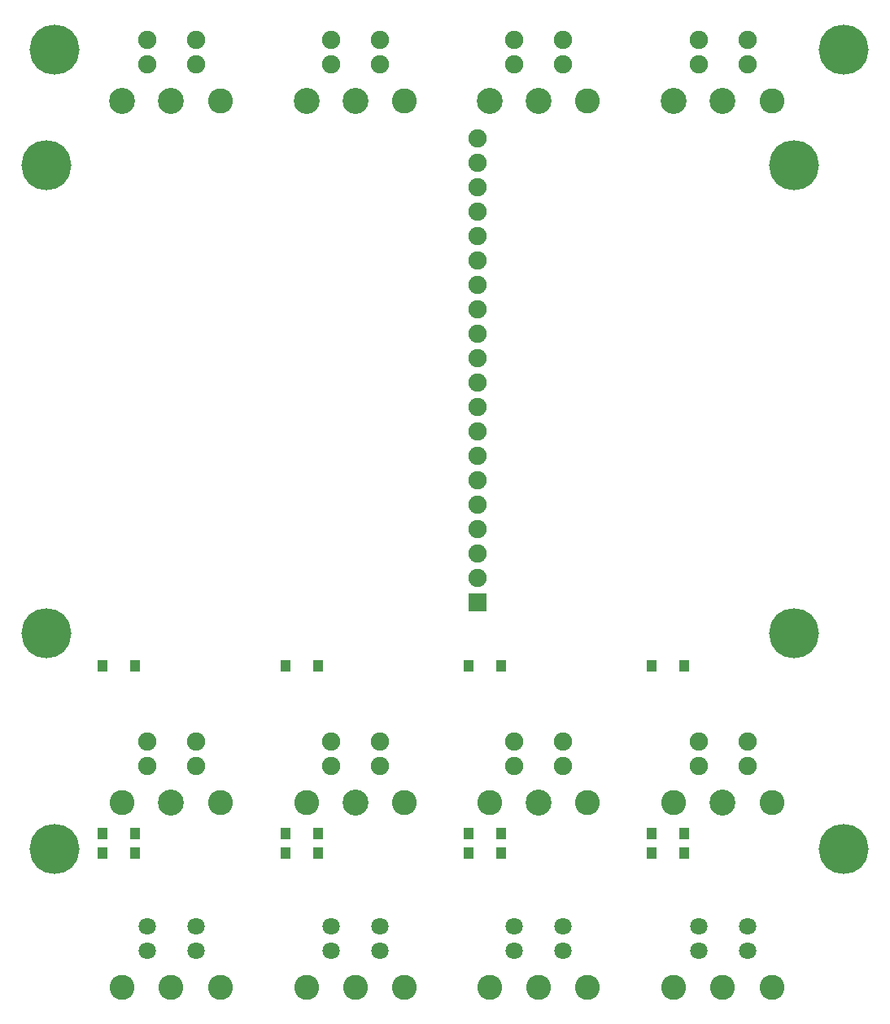
<source format=gbs>
G04 Layer: BottomSolderMaskLayer*
G04 EasyEDA v6.5.29, 2023-07-18 10:00:19*
G04 65aec9abdb6f4e73b05af1f89c23e90b,5a6b42c53f6a479593ecc07194224c93,10*
G04 Gerber Generator version 0.2*
G04 Scale: 100 percent, Rotated: No, Reflected: No *
G04 Dimensions in millimeters *
G04 leading zeros omitted , absolute positions ,4 integer and 5 decimal *
%FSLAX45Y45*%
%MOMM*%

%AMMACRO1*1,1,$1,$2,$3*1,1,$1,$4,$5*1,1,$1,0-$2,0-$3*1,1,$1,0-$4,0-$5*20,1,$1,$2,$3,$4,$5,0*20,1,$1,$4,$5,0-$2,0-$3,0*20,1,$1,0-$2,0-$3,0-$4,0-$5,0*20,1,$1,0-$4,0-$5,$2,$3,0*4,1,4,$2,$3,$4,$5,0-$2,0-$3,0-$4,0-$5,$2,$3,0*%
%ADD10MACRO1,0.1016X-0.475X-0.575X0.475X-0.575*%
%ADD11C,1.9016*%
%ADD12MACRO1,0.1016X0.9X-0.9X0.9X0.9*%
%ADD13C,5.2032*%
%ADD14C,2.6016*%
%ADD15C,2.7032*%
%ADD16C,1.9032*%
%ADD17C,1.8016*%

%LPD*%
D10*
G01*
X4783759Y2501900D03*
G01*
X5122240Y2501900D03*
G01*
X6688759Y2501900D03*
G01*
X7027240Y2501900D03*
G01*
X4783759Y2705100D03*
G01*
X5122240Y2705100D03*
G01*
X6688759Y2705100D03*
G01*
X7027240Y2705100D03*
G01*
X6688759Y4445000D03*
G01*
X7027240Y4445000D03*
G01*
X4783759Y4445000D03*
G01*
X5122240Y4445000D03*
G01*
X973759Y4445000D03*
G01*
X1312240Y4445000D03*
G01*
X973757Y2705094D03*
G01*
X1312237Y2705094D03*
G01*
X973757Y2501894D03*
G01*
X1312237Y2501894D03*
G01*
X2878759Y4445000D03*
G01*
X3217240Y4445000D03*
G01*
X2878759Y2705100D03*
G01*
X3217240Y2705100D03*
G01*
X2878759Y2501900D03*
G01*
X3217240Y2501900D03*
D11*
G01*
X4876800Y9931400D03*
D12*
G01*
X4876800Y5105400D03*
D11*
G01*
X4876800Y5359400D03*
G01*
X4876800Y5613400D03*
G01*
X4876800Y5867400D03*
G01*
X4876800Y6121400D03*
G01*
X4876800Y6375400D03*
G01*
X4876800Y6629400D03*
G01*
X4876800Y6883400D03*
G01*
X4876800Y7137400D03*
G01*
X4876800Y7391400D03*
G01*
X4876800Y7645400D03*
G01*
X4876800Y7899400D03*
G01*
X4876800Y8153400D03*
G01*
X4876800Y8407400D03*
G01*
X4876800Y8661400D03*
G01*
X4876800Y8915400D03*
G01*
X4876800Y9169400D03*
G01*
X4876800Y9423400D03*
G01*
X4876800Y9677400D03*
D13*
G01*
X469900Y2540000D03*
G01*
X8686800Y2540000D03*
G01*
X469900Y10858500D03*
G01*
X8686800Y10858500D03*
D14*
G01*
X1179093Y3022600D03*
G01*
X2197100Y3022600D03*
D15*
G01*
X1687093Y3022600D03*
D16*
G01*
X1943100Y3403600D03*
G01*
X1943100Y3657600D03*
G01*
X1435100Y3403600D03*
G01*
X1435100Y3657600D03*
G01*
X3354806Y3657600D03*
G01*
X3354806Y3403600D03*
G01*
X3862806Y3657600D03*
G01*
X3862806Y3403600D03*
D15*
G01*
X3606800Y3022600D03*
D14*
G01*
X4116806Y3022600D03*
G01*
X3098800Y3022600D03*
D16*
G01*
X5257800Y3657600D03*
G01*
X5257800Y3403600D03*
G01*
X5765800Y3657600D03*
G01*
X5765800Y3403600D03*
D15*
G01*
X5509793Y3022600D03*
D14*
G01*
X6019800Y3022600D03*
G01*
X5001793Y3022600D03*
D16*
G01*
X7175500Y3657600D03*
G01*
X7175500Y3403600D03*
G01*
X7683500Y3657600D03*
G01*
X7683500Y3403600D03*
D15*
G01*
X7427493Y3022600D03*
D14*
G01*
X7937500Y3022600D03*
G01*
X6919493Y3022600D03*
D17*
G01*
X1435100Y1739900D03*
G01*
X1435100Y1485900D03*
G01*
X1943100Y1739900D03*
G01*
X1943100Y1485900D03*
D14*
G01*
X1687093Y1104900D03*
G01*
X2197100Y1104900D03*
G01*
X1179093Y1104900D03*
D17*
G01*
X3352800Y1739900D03*
G01*
X3352800Y1485900D03*
G01*
X3860800Y1739900D03*
G01*
X3860800Y1485900D03*
D14*
G01*
X3604793Y1104900D03*
G01*
X4114800Y1104900D03*
G01*
X3096793Y1104900D03*
D17*
G01*
X5257800Y1739900D03*
G01*
X5257800Y1485900D03*
G01*
X5765800Y1739900D03*
G01*
X5765800Y1485900D03*
D14*
G01*
X5509793Y1104900D03*
G01*
X6019800Y1104900D03*
G01*
X5001793Y1104900D03*
D17*
G01*
X7175500Y1739900D03*
G01*
X7175500Y1485900D03*
G01*
X7683500Y1739900D03*
G01*
X7683500Y1485900D03*
D14*
G01*
X7427493Y1104900D03*
G01*
X7937500Y1104900D03*
G01*
X6919493Y1104900D03*
D16*
G01*
X1435100Y10960100D03*
G01*
X1435100Y10706100D03*
G01*
X1943100Y10960100D03*
G01*
X1943100Y10706100D03*
D15*
G01*
X1687093Y10325100D03*
D14*
G01*
X2197100Y10325100D03*
D15*
G01*
X1179093Y10325100D03*
D16*
G01*
X3352800Y10960100D03*
G01*
X3352800Y10706100D03*
G01*
X3860800Y10960100D03*
G01*
X3860800Y10706100D03*
D15*
G01*
X3604793Y10325100D03*
D14*
G01*
X4114800Y10325100D03*
D15*
G01*
X3096793Y10325100D03*
D16*
G01*
X5257800Y10960100D03*
G01*
X5257800Y10706100D03*
G01*
X5765800Y10960100D03*
G01*
X5765800Y10706100D03*
D15*
G01*
X5509793Y10325100D03*
D14*
G01*
X6019800Y10325100D03*
D15*
G01*
X5001793Y10325100D03*
D16*
G01*
X7175500Y10960100D03*
G01*
X7175500Y10706100D03*
G01*
X7683500Y10960100D03*
G01*
X7683500Y10706100D03*
D15*
G01*
X7427493Y10325100D03*
D14*
G01*
X7937500Y10325100D03*
D15*
G01*
X6919493Y10325100D03*
D13*
G01*
X386105Y4782007D03*
G01*
X8166100Y4782007D03*
G01*
X386105Y9652000D03*
G01*
X8166100Y9652000D03*
M02*

</source>
